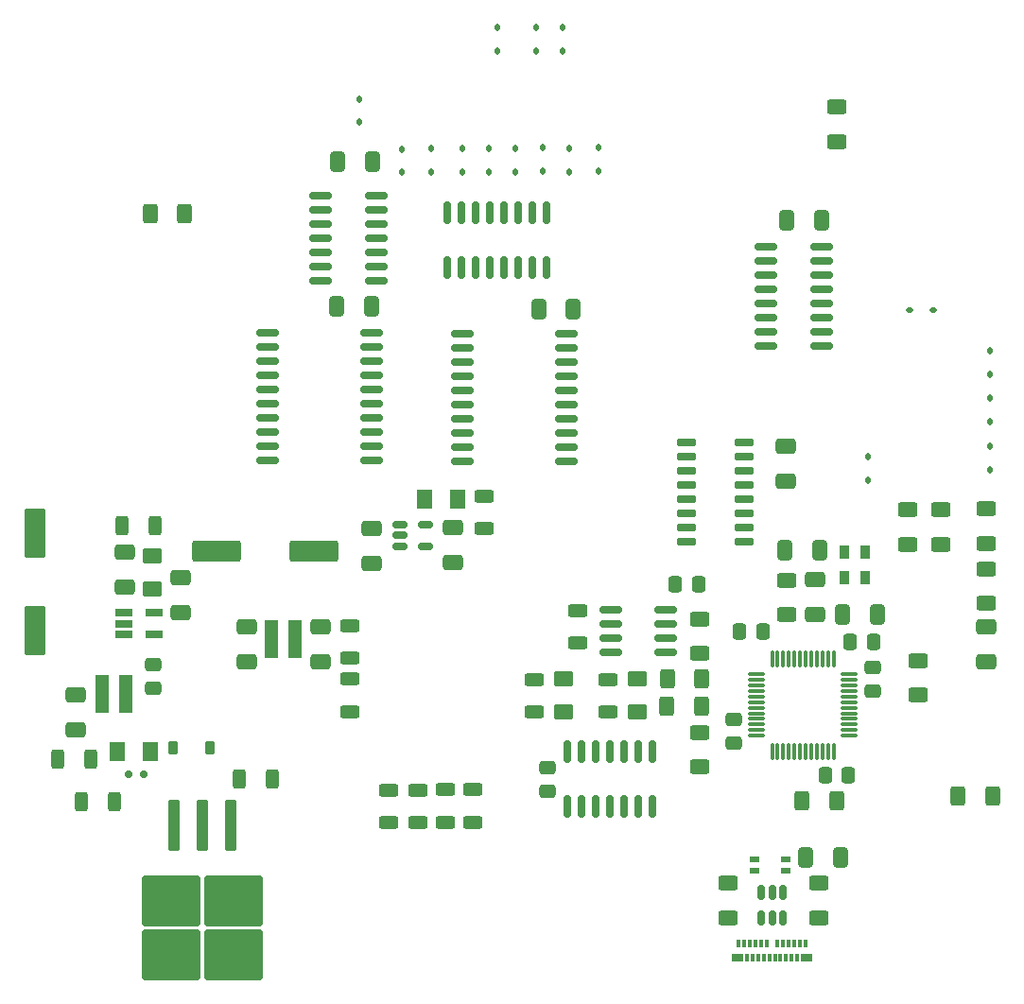
<source format=gbr>
%TF.GenerationSoftware,KiCad,Pcbnew,7.0.8*%
%TF.CreationDate,2024-04-05T12:05:25+02:00*%
%TF.ProjectId,menelaos-rev-4,6d656e65-6c61-46f7-932d-7265762d342e,rev?*%
%TF.SameCoordinates,Original*%
%TF.FileFunction,Paste,Top*%
%TF.FilePolarity,Positive*%
%FSLAX46Y46*%
G04 Gerber Fmt 4.6, Leading zero omitted, Abs format (unit mm)*
G04 Created by KiCad (PCBNEW 7.0.8) date 2024-04-05 12:05:25*
%MOMM*%
%LPD*%
G01*
G04 APERTURE LIST*
G04 Aperture macros list*
%AMRoundRect*
0 Rectangle with rounded corners*
0 $1 Rounding radius*
0 $2 $3 $4 $5 $6 $7 $8 $9 X,Y pos of 4 corners*
0 Add a 4 corners polygon primitive as box body*
4,1,4,$2,$3,$4,$5,$6,$7,$8,$9,$2,$3,0*
0 Add four circle primitives for the rounded corners*
1,1,$1+$1,$2,$3*
1,1,$1+$1,$4,$5*
1,1,$1+$1,$6,$7*
1,1,$1+$1,$8,$9*
0 Add four rect primitives between the rounded corners*
20,1,$1+$1,$2,$3,$4,$5,0*
20,1,$1+$1,$4,$5,$6,$7,0*
20,1,$1+$1,$6,$7,$8,$9,0*
20,1,$1+$1,$8,$9,$2,$3,0*%
G04 Aperture macros list end*
%ADD10RoundRect,0.250000X-0.312500X-0.625000X0.312500X-0.625000X0.312500X0.625000X-0.312500X0.625000X0*%
%ADD11RoundRect,0.250000X-0.625000X0.312500X-0.625000X-0.312500X0.625000X-0.312500X0.625000X0.312500X0*%
%ADD12RoundRect,0.250000X-0.400000X-0.625000X0.400000X-0.625000X0.400000X0.625000X-0.400000X0.625000X0*%
%ADD13RoundRect,0.112500X0.112500X-0.187500X0.112500X0.187500X-0.112500X0.187500X-0.112500X-0.187500X0*%
%ADD14RoundRect,0.150000X-0.512500X-0.150000X0.512500X-0.150000X0.512500X0.150000X-0.512500X0.150000X0*%
%ADD15RoundRect,0.250000X-0.650000X0.412500X-0.650000X-0.412500X0.650000X-0.412500X0.650000X0.412500X0*%
%ADD16RoundRect,0.150000X0.725000X0.150000X-0.725000X0.150000X-0.725000X-0.150000X0.725000X-0.150000X0*%
%ADD17RoundRect,0.150000X-0.875000X-0.150000X0.875000X-0.150000X0.875000X0.150000X-0.875000X0.150000X0*%
%ADD18RoundRect,0.250000X-0.625000X0.400000X-0.625000X-0.400000X0.625000X-0.400000X0.625000X0.400000X0*%
%ADD19RoundRect,0.250000X1.950000X0.700000X-1.950000X0.700000X-1.950000X-0.700000X1.950000X-0.700000X0*%
%ADD20RoundRect,0.250000X0.412500X0.650000X-0.412500X0.650000X-0.412500X-0.650000X0.412500X-0.650000X0*%
%ADD21RoundRect,0.250001X-0.462499X-0.624999X0.462499X-0.624999X0.462499X0.624999X-0.462499X0.624999X0*%
%ADD22RoundRect,0.250000X0.475000X-0.337500X0.475000X0.337500X-0.475000X0.337500X-0.475000X-0.337500X0*%
%ADD23RoundRect,0.250001X-0.624999X0.462499X-0.624999X-0.462499X0.624999X-0.462499X0.624999X0.462499X0*%
%ADD24RoundRect,0.150000X0.150000X-0.512500X0.150000X0.512500X-0.150000X0.512500X-0.150000X-0.512500X0*%
%ADD25R,1.300000X3.400000*%
%ADD26RoundRect,0.250000X0.625000X-0.312500X0.625000X0.312500X-0.625000X0.312500X-0.625000X-0.312500X0*%
%ADD27RoundRect,0.250000X0.650000X-0.412500X0.650000X0.412500X-0.650000X0.412500X-0.650000X-0.412500X0*%
%ADD28RoundRect,0.112500X-0.112500X0.187500X-0.112500X-0.187500X0.112500X-0.187500X0.112500X0.187500X0*%
%ADD29RoundRect,0.250000X0.625000X-0.400000X0.625000X0.400000X-0.625000X0.400000X-0.625000X-0.400000X0*%
%ADD30R,0.970000X1.220000*%
%ADD31RoundRect,0.225000X-0.225000X-0.375000X0.225000X-0.375000X0.225000X0.375000X-0.225000X0.375000X0*%
%ADD32RoundRect,0.250001X0.462499X0.624999X-0.462499X0.624999X-0.462499X-0.624999X0.462499X-0.624999X0*%
%ADD33R,1.560000X0.650000*%
%ADD34RoundRect,0.150000X-0.150000X0.825000X-0.150000X-0.825000X0.150000X-0.825000X0.150000X0.825000X0*%
%ADD35RoundRect,0.250001X0.624999X-0.462499X0.624999X0.462499X-0.624999X0.462499X-0.624999X-0.462499X0*%
%ADD36RoundRect,0.150000X-0.825000X-0.150000X0.825000X-0.150000X0.825000X0.150000X-0.825000X0.150000X0*%
%ADD37RoundRect,0.150000X-0.150000X-0.200000X0.150000X-0.200000X0.150000X0.200000X-0.150000X0.200000X0*%
%ADD38R,0.900000X0.600000*%
%ADD39RoundRect,0.250000X-0.475000X0.337500X-0.475000X-0.337500X0.475000X-0.337500X0.475000X0.337500X0*%
%ADD40RoundRect,0.250000X-0.337500X-0.475000X0.337500X-0.475000X0.337500X0.475000X-0.337500X0.475000X0*%
%ADD41RoundRect,0.250000X-0.412500X-0.650000X0.412500X-0.650000X0.412500X0.650000X-0.412500X0.650000X0*%
%ADD42RoundRect,0.112500X-0.187500X-0.112500X0.187500X-0.112500X0.187500X0.112500X-0.187500X0.112500X0*%
%ADD43RoundRect,0.250000X0.337500X0.475000X-0.337500X0.475000X-0.337500X-0.475000X0.337500X-0.475000X0*%
%ADD44RoundRect,0.250000X-0.300000X2.050000X-0.300000X-2.050000X0.300000X-2.050000X0.300000X2.050000X0*%
%ADD45RoundRect,0.250000X-2.375000X2.025000X-2.375000X-2.025000X2.375000X-2.025000X2.375000X2.025000X0*%
%ADD46RoundRect,0.075000X-0.075000X0.662500X-0.075000X-0.662500X0.075000X-0.662500X0.075000X0.662500X0*%
%ADD47RoundRect,0.075000X-0.662500X0.075000X-0.662500X-0.075000X0.662500X-0.075000X0.662500X0.075000X0*%
%ADD48RoundRect,0.250000X0.700000X-1.950000X0.700000X1.950000X-0.700000X1.950000X-0.700000X-1.950000X0*%
%ADD49RoundRect,0.150000X0.150000X-0.825000X0.150000X0.825000X-0.150000X0.825000X-0.150000X-0.825000X0*%
%ADD50R,0.300000X0.700000*%
%ADD51R,1.000000X0.700000*%
G04 APERTURE END LIST*
D10*
%TO.C,R202*%
X211037500Y-116450000D03*
X213962500Y-116450000D03*
%TD*%
D11*
%TO.C,R205*%
X220950000Y-102737500D03*
X220950000Y-105662500D03*
%TD*%
D12*
%TO.C,R601*%
X203050000Y-65850000D03*
X206150000Y-65850000D03*
%TD*%
D13*
%TO.C,U408*%
X240600000Y-62100000D03*
X240600000Y-60000000D03*
%TD*%
D14*
%TO.C,U202*%
X225462500Y-93700000D03*
X225462500Y-94650000D03*
X225462500Y-95600000D03*
X227737500Y-95600000D03*
X227737500Y-93700000D03*
%TD*%
D15*
%TO.C,C310*%
X277900000Y-102837500D03*
X277900000Y-105962500D03*
%TD*%
D16*
%TO.C,U404*%
X256250000Y-95220000D03*
X256250000Y-93950000D03*
X256250000Y-92680000D03*
X256250000Y-91410000D03*
X256250000Y-90140000D03*
X256250000Y-88870000D03*
X256250000Y-87600000D03*
X256250000Y-86330000D03*
X251100000Y-86330000D03*
X251100000Y-87600000D03*
X251100000Y-88870000D03*
X251100000Y-90140000D03*
X251100000Y-91410000D03*
X251100000Y-92680000D03*
X251100000Y-93950000D03*
X251100000Y-95220000D03*
%TD*%
D15*
%TO.C,C207*%
X218350000Y-102825000D03*
X218350000Y-105950000D03*
%TD*%
D17*
%TO.C,U405*%
X231000000Y-76580000D03*
X231000000Y-77850000D03*
X231000000Y-79120000D03*
X231000000Y-80390000D03*
X231000000Y-81660000D03*
X231000000Y-82930000D03*
X231000000Y-84200000D03*
X231000000Y-85470000D03*
X231000000Y-86740000D03*
X231000000Y-88010000D03*
X240300000Y-88010000D03*
X240300000Y-86740000D03*
X240300000Y-85470000D03*
X240300000Y-84200000D03*
X240300000Y-82930000D03*
X240300000Y-81660000D03*
X240300000Y-80390000D03*
X240300000Y-79120000D03*
X240300000Y-77850000D03*
X240300000Y-76580000D03*
%TD*%
D12*
%TO.C,R304*%
X261450000Y-118400000D03*
X264550000Y-118400000D03*
%TD*%
D18*
%TO.C,R311*%
X277900000Y-97650000D03*
X277900000Y-100750000D03*
%TD*%
%TO.C,R310*%
X277900000Y-92250000D03*
X277900000Y-95350000D03*
%TD*%
D19*
%TO.C,C208*%
X217700000Y-96050000D03*
X209000000Y-96050000D03*
%TD*%
D11*
%TO.C,R501*%
X224430000Y-117447500D03*
X224430000Y-120372500D03*
%TD*%
D20*
%TO.C,C401*%
X263162500Y-66400000D03*
X260037500Y-66400000D03*
%TD*%
D11*
%TO.C,R503*%
X231980000Y-117422500D03*
X231980000Y-120347500D03*
%TD*%
D21*
%TO.C,D203*%
X200112500Y-114000000D03*
X203087500Y-114000000D03*
%TD*%
D22*
%TO.C,C304*%
X255300000Y-113237500D03*
X255300000Y-111162500D03*
%TD*%
D23*
%TO.C,D204*%
X203250000Y-96512500D03*
X203250000Y-99487500D03*
%TD*%
D11*
%TO.C,R206*%
X220950000Y-107505000D03*
X220950000Y-110430000D03*
%TD*%
D24*
%TO.C,U307*%
X257800000Y-128887500D03*
X258750000Y-128887500D03*
X259700000Y-128887500D03*
X259700000Y-126612500D03*
X258750000Y-126612500D03*
X257800000Y-126612500D03*
%TD*%
D25*
%TO.C,L202*%
X213950000Y-103900000D03*
X216050000Y-103900000D03*
%TD*%
D26*
%TO.C,R305*%
X237450000Y-110482500D03*
X237450000Y-107557500D03*
%TD*%
D11*
%TO.C,R504*%
X229530000Y-117422500D03*
X229530000Y-120347500D03*
%TD*%
D15*
%TO.C,C210*%
X230200000Y-93975000D03*
X230200000Y-97100000D03*
%TD*%
D13*
%TO.C,U305*%
X278300000Y-84450000D03*
X278300000Y-82350000D03*
%TD*%
D27*
%TO.C,C301*%
X262620000Y-101760000D03*
X262620000Y-98635000D03*
%TD*%
D12*
%TO.C,R603*%
X275400000Y-117950000D03*
X278500000Y-117950000D03*
%TD*%
D18*
%TO.C,R602*%
X264550000Y-56300000D03*
X264550000Y-59400000D03*
%TD*%
D26*
%TO.C,R303*%
X244070000Y-110472500D03*
X244070000Y-107547500D03*
%TD*%
D28*
%TO.C,U415*%
X221800000Y-55550000D03*
X221800000Y-57650000D03*
%TD*%
D29*
%TO.C,R507*%
X252300000Y-115400000D03*
X252300000Y-112300000D03*
%TD*%
D18*
%TO.C,R308*%
X273830000Y-92330000D03*
X273830000Y-95430000D03*
%TD*%
D30*
%TO.C,Y301*%
X267050000Y-98435000D03*
X267050000Y-96145000D03*
X265210000Y-96145000D03*
X265210000Y-98435000D03*
%TD*%
D31*
%TO.C,D202*%
X205150000Y-113700000D03*
X208450000Y-113700000D03*
%TD*%
D27*
%TO.C,C205*%
X205750000Y-101562500D03*
X205750000Y-98437500D03*
%TD*%
D13*
%TO.C,U412*%
X231000000Y-62100000D03*
X231000000Y-60000000D03*
%TD*%
D15*
%TO.C,C206*%
X211750000Y-102812500D03*
X211750000Y-105937500D03*
%TD*%
D20*
%TO.C,C402*%
X222862500Y-74100000D03*
X219737500Y-74100000D03*
%TD*%
D32*
%TO.C,D205*%
X230625000Y-91400000D03*
X227650000Y-91400000D03*
%TD*%
D28*
%TO.C,U414*%
X225600000Y-60050000D03*
X225600000Y-62150000D03*
%TD*%
D13*
%TO.C,U303*%
X278300000Y-88750000D03*
X278300000Y-86650000D03*
%TD*%
D27*
%TO.C,C404*%
X260000000Y-89775000D03*
X260000000Y-86650000D03*
%TD*%
D33*
%TO.C,U201*%
X200700000Y-101600000D03*
X200700000Y-102550000D03*
X200700000Y-103500000D03*
X203400000Y-103500000D03*
X203400000Y-101600000D03*
%TD*%
D34*
%TO.C,U406*%
X238545000Y-65725000D03*
X237275000Y-65725000D03*
X236005000Y-65725000D03*
X234735000Y-65725000D03*
X233465000Y-65725000D03*
X232195000Y-65725000D03*
X230925000Y-65725000D03*
X229655000Y-65725000D03*
X229655000Y-70675000D03*
X230925000Y-70675000D03*
X232195000Y-70675000D03*
X233465000Y-70675000D03*
X234735000Y-70675000D03*
X236005000Y-70675000D03*
X237275000Y-70675000D03*
X238545000Y-70675000D03*
%TD*%
D29*
%TO.C,R302*%
X260020000Y-101770000D03*
X260020000Y-98670000D03*
%TD*%
D35*
%TO.C,D302*%
X240100000Y-110475000D03*
X240100000Y-107500000D03*
%TD*%
D26*
%TO.C,R208*%
X241310000Y-104292500D03*
X241310000Y-101367500D03*
%TD*%
D18*
%TO.C,R307*%
X262950000Y-125800000D03*
X262950000Y-128900000D03*
%TD*%
D28*
%TO.C,U417*%
X237600000Y-49150000D03*
X237600000Y-51250000D03*
%TD*%
D25*
%TO.C,L201*%
X200900000Y-108850000D03*
X198800000Y-108850000D03*
%TD*%
D11*
%TO.C,R502*%
X227030000Y-117447500D03*
X227030000Y-120372500D03*
%TD*%
D27*
%TO.C,C204*%
X200800000Y-99262500D03*
X200800000Y-96137500D03*
%TD*%
D36*
%TO.C,U402*%
X258200000Y-68780000D03*
X258200000Y-70050000D03*
X258200000Y-71320000D03*
X258200000Y-72590000D03*
X258200000Y-73860000D03*
X258200000Y-75130000D03*
X258200000Y-76400000D03*
X258200000Y-77670000D03*
X263150000Y-77670000D03*
X263150000Y-76400000D03*
X263150000Y-75130000D03*
X263150000Y-73860000D03*
X263150000Y-72590000D03*
X263150000Y-71320000D03*
X263150000Y-70050000D03*
X263150000Y-68780000D03*
%TD*%
D13*
%TO.C,U306*%
X278300000Y-80250000D03*
X278300000Y-78150000D03*
%TD*%
%TO.C,U409*%
X238200000Y-62050000D03*
X238200000Y-59950000D03*
%TD*%
D37*
%TO.C,D201*%
X202500000Y-116000000D03*
X201100000Y-116000000D03*
%TD*%
D11*
%TO.C,R207*%
X233000000Y-91137500D03*
X233000000Y-94062500D03*
%TD*%
D18*
%TO.C,R301*%
X271810000Y-105870000D03*
X271810000Y-108970000D03*
%TD*%
D20*
%TO.C,C405*%
X222962500Y-61200000D03*
X219837500Y-61200000D03*
%TD*%
D38*
%TO.C,U308*%
X259950000Y-123650000D03*
X257150000Y-123650000D03*
X257150000Y-124650000D03*
X259950000Y-124650000D03*
%TD*%
D13*
%TO.C,U413*%
X228200000Y-62100000D03*
X228200000Y-60000000D03*
%TD*%
D39*
%TO.C,C307*%
X267760000Y-106482500D03*
X267760000Y-108557500D03*
%TD*%
D12*
%TO.C,R506*%
X249350000Y-107450000D03*
X252450000Y-107450000D03*
%TD*%
D40*
%TO.C,C305*%
X265762500Y-104200000D03*
X267837500Y-104200000D03*
%TD*%
D12*
%TO.C,R505*%
X249300000Y-109950000D03*
X252400000Y-109950000D03*
%TD*%
D36*
%TO.C,U203*%
X244290000Y-101330000D03*
X244290000Y-102600000D03*
X244290000Y-103870000D03*
X244290000Y-105140000D03*
X249240000Y-105140000D03*
X249240000Y-103870000D03*
X249240000Y-102600000D03*
X249240000Y-101330000D03*
%TD*%
D10*
%TO.C,R204*%
X200537500Y-93750000D03*
X203462500Y-93750000D03*
%TD*%
D17*
%TO.C,U401*%
X213600000Y-76530000D03*
X213600000Y-77800000D03*
X213600000Y-79070000D03*
X213600000Y-80340000D03*
X213600000Y-81610000D03*
X213600000Y-82880000D03*
X213600000Y-84150000D03*
X213600000Y-85420000D03*
X213600000Y-86690000D03*
X213600000Y-87960000D03*
X222900000Y-87960000D03*
X222900000Y-86690000D03*
X222900000Y-85420000D03*
X222900000Y-84150000D03*
X222900000Y-82880000D03*
X222900000Y-81610000D03*
X222900000Y-80340000D03*
X222900000Y-79070000D03*
X222900000Y-77800000D03*
X222900000Y-76530000D03*
%TD*%
D13*
%TO.C,U411*%
X233400000Y-62100000D03*
X233400000Y-60000000D03*
%TD*%
D41*
%TO.C,C303*%
X265037500Y-101750000D03*
X268162500Y-101750000D03*
%TD*%
D23*
%TO.C,D301*%
X246700000Y-107512500D03*
X246700000Y-110487500D03*
%TD*%
D28*
%TO.C,U416*%
X234188000Y-49150000D03*
X234188000Y-51250000D03*
%TD*%
D13*
%TO.C,U407*%
X243200000Y-62050000D03*
X243200000Y-59950000D03*
%TD*%
D20*
%TO.C,C309*%
X264862500Y-123500000D03*
X261737500Y-123500000D03*
%TD*%
D22*
%TO.C,C501*%
X238600000Y-117537500D03*
X238600000Y-115462500D03*
%TD*%
D42*
%TO.C,U302*%
X271050000Y-74450000D03*
X273150000Y-74450000D03*
%TD*%
D20*
%TO.C,C302*%
X263022500Y-95950000D03*
X259897500Y-95950000D03*
%TD*%
%TO.C,C403*%
X240962500Y-74400000D03*
X237837500Y-74400000D03*
%TD*%
D36*
%TO.C,U403*%
X218325000Y-64190000D03*
X218325000Y-65460000D03*
X218325000Y-66730000D03*
X218325000Y-68000000D03*
X218325000Y-69270000D03*
X218325000Y-70540000D03*
X218325000Y-71810000D03*
X223275000Y-71810000D03*
X223275000Y-70540000D03*
X223275000Y-69270000D03*
X223275000Y-68000000D03*
X223275000Y-66730000D03*
X223275000Y-65460000D03*
X223275000Y-64190000D03*
%TD*%
D43*
%TO.C,C306*%
X265575000Y-116100000D03*
X263500000Y-116100000D03*
%TD*%
%TO.C,C308*%
X257905000Y-103260000D03*
X255830000Y-103260000D03*
%TD*%
D15*
%TO.C,C209*%
X222900000Y-94037500D03*
X222900000Y-97162500D03*
%TD*%
%TO.C,C202*%
X196400000Y-108937500D03*
X196400000Y-112062500D03*
%TD*%
D44*
%TO.C,Q201*%
X210290000Y-120625000D03*
X207750000Y-120625000D03*
D45*
X210525000Y-127350000D03*
X204975000Y-127350000D03*
X210525000Y-132200000D03*
X204975000Y-132200000D03*
D44*
X205210000Y-120625000D03*
%TD*%
D13*
%TO.C,U304*%
X267300000Y-89700000D03*
X267300000Y-87600000D03*
%TD*%
D18*
%TO.C,R309*%
X270930000Y-92330000D03*
X270930000Y-95430000D03*
%TD*%
%TO.C,R508*%
X252230000Y-102130000D03*
X252230000Y-105230000D03*
%TD*%
D10*
%TO.C,R201*%
X196937500Y-118500000D03*
X199862500Y-118500000D03*
%TD*%
D46*
%TO.C,U301*%
X264250000Y-105675000D03*
X263750000Y-105675000D03*
X263250000Y-105675000D03*
X262750000Y-105675000D03*
X262250000Y-105675000D03*
X261750000Y-105675000D03*
X261250000Y-105675000D03*
X260750000Y-105675000D03*
X260250000Y-105675000D03*
X259750000Y-105675000D03*
X259250000Y-105675000D03*
X258750000Y-105675000D03*
D47*
X257337500Y-107087500D03*
X257337500Y-107587500D03*
X257337500Y-108087500D03*
X257337500Y-108587500D03*
X257337500Y-109087500D03*
X257337500Y-109587500D03*
X257337500Y-110087500D03*
X257337500Y-110587500D03*
X257337500Y-111087500D03*
X257337500Y-111587500D03*
X257337500Y-112087500D03*
X257337500Y-112587500D03*
D46*
X258750000Y-114000000D03*
X259250000Y-114000000D03*
X259750000Y-114000000D03*
X260250000Y-114000000D03*
X260750000Y-114000000D03*
X261250000Y-114000000D03*
X261750000Y-114000000D03*
X262250000Y-114000000D03*
X262750000Y-114000000D03*
X263250000Y-114000000D03*
X263750000Y-114000000D03*
X264250000Y-114000000D03*
D47*
X265662500Y-112587500D03*
X265662500Y-112087500D03*
X265662500Y-111587500D03*
X265662500Y-111087500D03*
X265662500Y-110587500D03*
X265662500Y-110087500D03*
X265662500Y-109587500D03*
X265662500Y-109087500D03*
X265662500Y-108587500D03*
X265662500Y-108087500D03*
X265662500Y-107587500D03*
X265662500Y-107087500D03*
%TD*%
D48*
%TO.C,C203*%
X192750000Y-103150000D03*
X192750000Y-94450000D03*
%TD*%
D28*
%TO.C,U418*%
X240000000Y-49150000D03*
X240000000Y-51250000D03*
%TD*%
D13*
%TO.C,U410*%
X235800000Y-62100000D03*
X235800000Y-60000000D03*
%TD*%
D43*
%TO.C,C212*%
X252175000Y-99000000D03*
X250100000Y-99000000D03*
%TD*%
D18*
%TO.C,R306*%
X254800000Y-125800000D03*
X254800000Y-128900000D03*
%TD*%
D49*
%TO.C,U501*%
X240450000Y-118920000D03*
X241720000Y-118920000D03*
X242990000Y-118920000D03*
X244260000Y-118920000D03*
X245530000Y-118920000D03*
X246800000Y-118920000D03*
X248070000Y-118920000D03*
X248070000Y-113970000D03*
X246800000Y-113970000D03*
X245530000Y-113970000D03*
X244260000Y-113970000D03*
X242990000Y-113970000D03*
X241720000Y-113970000D03*
X240450000Y-113970000D03*
%TD*%
D22*
%TO.C,C201*%
X203300000Y-108337500D03*
X203300000Y-106262500D03*
%TD*%
D50*
%TO.C,J302*%
X255750000Y-131200000D03*
X256250000Y-131200000D03*
X256750000Y-131200000D03*
X257250000Y-131200000D03*
X257750000Y-131200000D03*
X258250000Y-131200000D03*
X259250000Y-131200000D03*
X259750000Y-131200000D03*
X260250000Y-131200000D03*
X260750000Y-131200000D03*
X261250000Y-131200000D03*
X261750000Y-131200000D03*
D51*
X261850000Y-132500000D03*
D50*
X261000000Y-132500000D03*
X260500000Y-132500000D03*
X260000000Y-132500000D03*
X259500000Y-132500000D03*
X259000000Y-132500000D03*
X258500000Y-132500000D03*
X258000000Y-132500000D03*
X257500000Y-132500000D03*
X257000000Y-132500000D03*
X256500000Y-132500000D03*
D51*
X255650000Y-132500000D03*
%TD*%
D10*
%TO.C,R203*%
X194787500Y-114700000D03*
X197712500Y-114700000D03*
%TD*%
M02*

</source>
